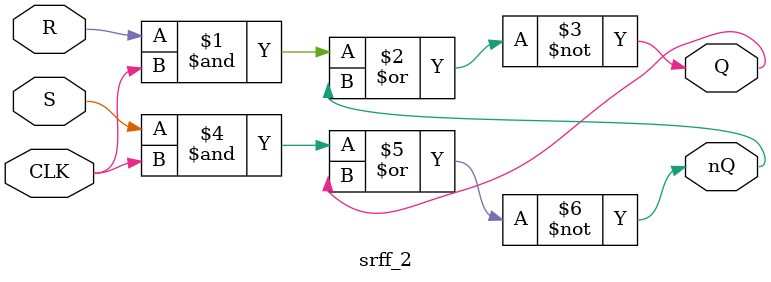
<source format=v>
`timescale 1ns / 1ps

module srff_2(CLK, R, S, Q, nQ);

input CLK, R, S;
output Q, nQ;

assign Q = ~((R & CLK) | nQ);
assign nQ = ~((S & CLK) | Q);
 
endmodule
</source>
